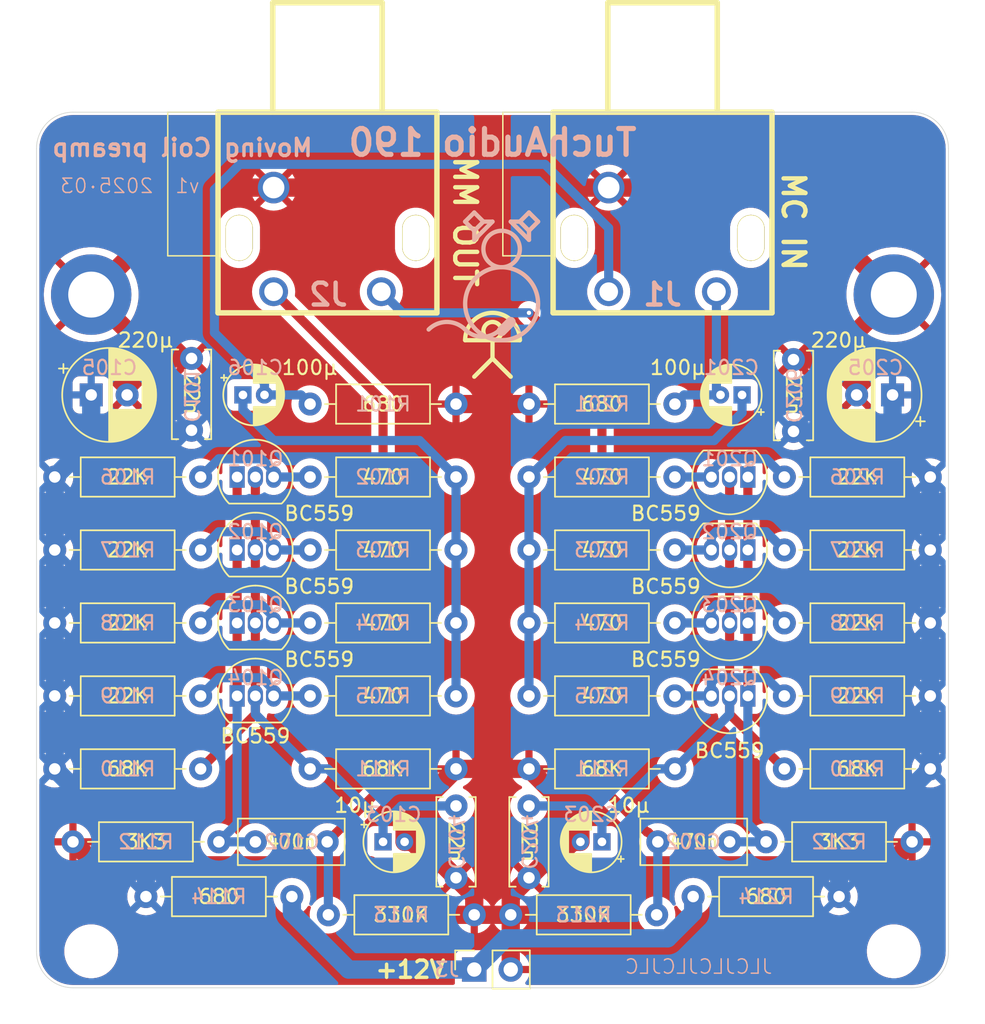
<source format=kicad_pcb>
(kicad_pcb (version 20240108) (generator "pcbnew") (generator_version "8.0")
  (layers (0 "F.Cu" signal) (31 "B.Cu" signal) (34 "B.Paste" user) (35 "F.Paste" user) (36 "B.SilkS" user "B.Silkscreen") (37 "F.SilkS" user "F.Silkscreen") (38 "B.Mask" user) (39 "F.Mask" user) (44 "Edge.Cuts" user))
  (net 0 "")
  (net 1 "/AC")
  (net 2 "/IN")
  (net 3 "/OUT")
  (net 4 "/QC")
  (net 5 "GND")
  (net 6 "/BIAS")
  (net 7 "/PWR_F")
  (net 8 "/IN'")
  (net 9 "/AC'")
  (net 10 "/OUT'")
  (net 11 "/QC'")
  (net 12 "/BIAS'")
  (net 13 "/PWR_F'")
  (net 14 "/E1")
  (net 15 "/E2")
  (net 16 "/E3")
  (net 17 "/E4")
  (net 18 "/E1'")
  (net 19 "/E2'")
  (net 20 "/E3'")
  (net 21 "/E4'")
  (net 22 "+12V")
  (footprint "Resistor_THT:R_Axial_DIN0207_L6.3mm_D2.5mm_P10.16mm_Horizontal" (layer "F.Cu") (at 78.74 69.85)
    (property "Reference" "R202")
    (property "Value" "470")
  )
  (footprint "Resistor_THT:R_Axial_DIN0207_L6.3mm_D2.5mm_P10.16mm_Horizontal" (layer "F.Cu") (at 87.63 100.33 180)
    (property "Reference" "R213")
    (property "Value" "330K")
  )
  (footprint "Resistor_THT:R_Axial_DIN0207_L6.3mm_D2.5mm_P10.16mm_Horizontal" (layer "F.Cu") (at 73.66 80.01 180)
    (property "Reference" "R104")
    (property "Value" "470")
  )
  (footprint "Capacitor_THT:CP_Radial_D6.3mm_P2.50mm" (layer "F.Cu") (at 104.05238 64.135 180)
    (property "Reference" "C205")
    (property "Value" "220µ")
  )
  (footprint "Resistor_THT:R_Axial_DIN0207_L6.3mm_D2.5mm_P10.16mm_Horizontal" (layer "F.Cu") (at 45.72 85.09)
    (property "Reference" "R109")
    (property "Value" "22K")
  )
  (footprint "Resistor_THT:R_Axial_DIN0207_L6.3mm_D2.5mm_P10.16mm_Horizontal" (layer "F.Cu") (at 45.72 74.93)
    (property "Reference" "R107")
    (property "Value" "22K")
  )
  (footprint "Resistor_THT:R_Axial_DIN0207_L6.3mm_D2.5mm_P10.16mm_Horizontal" (layer "F.Cu") (at 88.9 90.17 180)
    (property "Reference" "R211")
    (property "Value" "68K")
  )
  (footprint "Resistor_THT:R_Axial_DIN0207_L6.3mm_D2.5mm_P10.16mm_Horizontal" (layer "F.Cu") (at 63.5 90.17)
    (property "Reference" "R111")
    (property "Value" "68K")
  )
  (footprint "Package_TO_SOT_THT:TO-92_Inline" (layer "F.Cu") (at 93.98 85.09 180)
    (property "Reference" "Q204")
    (property "Value" "BC559")
  )
  (footprint "Resistor_THT:R_Axial_DIN0207_L6.3mm_D2.5mm_P10.16mm_Horizontal" (layer "F.Cu") (at 88.9 64.77 180)
    (property "Reference" "R201")
    (property "Value" "680")
  )
  (footprint "Package_TO_SOT_THT:TO-92_Inline" (layer "F.Cu") (at 58.42 74.93)
    (property "Reference" "Q102")
    (property "Value" "BC559")
  )
  (footprint "Resistor_THT:R_Axial_DIN0207_L6.3mm_D2.5mm_P10.16mm_Horizontal" (layer "F.Cu") (at 106.68 80.01 180)
    (property "Reference" "R208")
    (property "Value" "22K")
  )
  (footprint "Resistor_THT:R_Axial_DIN0207_L6.3mm_D2.5mm_P10.16mm_Horizontal" (layer "F.Cu") (at 45.72 90.17)
    (property "Reference" "R110")
    (property "Value" "68K")
  )
  (footprint "Capacitor_THT:C_Disc_D6.0mm_W2.5mm_P5.00mm" (layer "F.Cu") (at 78.74 92.75 -90)
    (property "Reference" "C204")
    (property "Value" "22n")
  )
  (footprint "Capacitor_THT:C_Disc_D6.0mm_W2.5mm_P5.00mm" (layer "F.Cu") (at 73.66 92.75 -90)
    (property "Reference" "C104")
    (property "Value" "22n")
  )
  (footprint "MountingHole:MountingHole_3.2mm_M3_DIN965_Pad" (layer "F.Cu") (at 104.14 57.15)
    (property "Reference" "H2" (hide yes))
    (property "Value" "MountingHole_Pad" (hide yes))
  )
  (footprint "Resistor_THT:R_Axial_DIN0207_L6.3mm_D2.5mm_P10.16mm_Horizontal" (layer "F.Cu") (at 45.72 69.85)
    (property "Reference" "R106")
    (property "Value" "22K")
  )
  (footprint "Capacitor_THT:C_Rect_L7.2mm_W3.0mm_P5.00mm_FKS2_FKP2_MKS2_MKP2" (layer "F.Cu") (at 64.69 95.25 180)
    (property "Reference" "C102")
    (property "Value" "470n")
  )
  (footprint "Capacitor_THT:CP_Radial_D4.0mm_P1.50mm" (layer "F.Cu") (at 68.58 95.25)
    (property "Reference" "C103")
    (property "Value" "10µ")
  )
  (footprint "Package_TO_SOT_THT:TO-92_Inline" (layer "F.Cu") (at 93.98 69.85 180)
    (property "Reference" "Q201")
    (property "Value" "BC559")
  )
  (footprint "Resistor_THT:R_Axial_DIN0207_L6.3mm_D2.5mm_P10.16mm_Horizontal" (layer "F.Cu") (at 64.77 100.33)
    (property "Reference" "R113")
    (property "Value" "330K")
  )
  (footprint "Capacitor_THT:C_Disc_D6.0mm_W2.5mm_P5.00mm" (layer "F.Cu") (at 55.245 61.595 -90)
    (property "Reference" "C106")
    (property "Value" "22n")
  )
  (footprint "Capacitor_THT:CP_Radial_D4.0mm_P1.50mm" (layer "F.Cu") (at 93.575 64.135 180)
    (property "Reference" "C201")
    (property "Value" "100µ")
  )
  (footprint "Capacitor_THT:CP_Radial_D4.0mm_P1.50mm" (layer "F.Cu") (at 83.82 95.25 180)
    (property "Reference" "C203")
    (property "Value" "10µ")
  )
  (footprint "Resistor_THT:R_Axial_DIN0207_L6.3mm_D2.5mm_P10.16mm_Horizontal" (layer "F.Cu") (at 52.07 99.06)
    (property "Reference" "R114")
    (property "Value" "680")
  )
  (footprint "Resistor_THT:R_Axial_DIN0207_L6.3mm_D2.5mm_P10.16mm_Horizontal" (layer "F.Cu") (at 106.68 74.93 180)
    (property "Reference" "R207")
    (property "Value" "22K")
  )
  (footprint "Resistor_THT:R_Axial_DIN0207_L6.3mm_D2.5mm_P10.16mm_Horizontal" (layer "F.Cu") (at 45.72 80.01)
    (property "Reference" "R108")
    (property "Value" "22K")
  )
  (footprint "durango:2xRCA_vertical" (layer "F.Cu") (at 69.79 44.45 180)
    (property "Reference" "J2")
    (property "Value" "MM OUT")
  )
  (footprint "Resistor_THT:R_Axial_DIN0207_L6.3mm_D2.5mm_P10.16mm_Horizontal" (layer "F.Cu") (at 95.25 95.25)
    (property "Reference" "R212")
    (property "Value" "3K3")
  )
  (footprint "Package_TO_SOT_THT:TO-92_Inline" (layer "F.Cu") (at 93.98 80.01 180)
    (property "Reference" "Q203")
    (property "Value" "BC559")
  )
  (footprint "Resistor_THT:R_Axial_DIN0207_L6.3mm_D2.5mm_P10.16mm_Horizontal" (layer "F.Cu") (at 57.15 95.25 180)
    (property "Reference" "R112")
    (property "Value" "3K3")
  )
  (footprint "Resistor_THT:R_Axial_DIN0207_L6.3mm_D2.5mm_P10.16mm_Horizontal" (layer "F.Cu") (at 100.33 99.06 180)
    (property "Reference" "R214")
    (property "Value" "680")
  )
  (footprint "Package_TO_SOT_THT:TO-92_Inline" (layer "F.Cu") (at 58.42 85.09)
    (property "Reference" "Q104")
    (property "Value" "BC559")
  )
  (footprint "Package_TO_SOT_THT:TO-92_Inline" (layer "F.Cu") (at 93.98 74.93 180)
    (property "Reference" "Q202")
    (property "Value" "BC559")
  )
  (footprint "Resistor_THT:R_Axial_DIN0207_L6.3mm_D2.5mm_P10.16mm_Horizontal" (layer "F.Cu") (at 73.66 85.09 180)
    (property "Reference" "R105")
    (property "Value" "470")
  )
  (footprint "Resistor_THT:R_Axial_DIN0207_L6.3mm_D2.5mm_P10.16mm_Horizontal" (layer "F.Cu") (at 78.74 74.93)
    (property "Reference" "R203")
    (property "Value" "470")
  )
  (footprint "Package_TO_SOT_THT:TO-92_Inline" (layer "F.Cu") (at 58.42 69.85)
    (property "Reference" "Q101")
    (property "Value" "BC559")
  )
  (footprint "Connector_PinSocket_2.54mm:PinSocket_1x02_P2.54mm_Vertical" (layer "F.Cu") (at 74.93 104.14 90)
    (property "Reference" "J3")
    (property "Value" "+12V")
  )
  (footprint "Capacitor_THT:C_Disc_D6.0mm_W2.5mm_P5.00mm" (layer "F.Cu") (at 97.155 61.675 -90)
    (property "Reference" "C206")
    (property "Value" "22n")
  )
  (footprint "Resistor_THT:R_Axial_DIN0207_L6.3mm_D2.5mm_P10.16mm_Horizontal" (layer "F.Cu") (at 106.68 90.17 180)
    (property "Reference" "R210")
    (property "Value" "68K")
  )
  (footprint "Package_TO_SOT_THT:TO-92_Inline" (layer "F.Cu") (at 58.42 80.01)
    (property "Reference" "Q103")
    (property "Value" "BC559")
  )
  (footprint "Capacitor_THT:CP_Radial_D6.3mm_P2.50mm" (layer "F.Cu") (at 48.26 64.135)
    (property "Reference" "C105")
    (property "Value" "220µ")
  )
  (footprint "Resistor_THT:R_Axial_DIN0207_L6.3mm_D2.5mm_P10.16mm_Horizontal" (layer "F.Cu") (at 106.68 85.09 180)
    (property "Reference" "R209")
    (property "Value" "22K")
  )
  (footprint "Resistor_THT:R_Axial_DIN0207_L6.3mm_D2.5mm_P10.16mm_Horizontal" (layer "F.Cu") (at 78.74 80.01)
    (property "Reference" "R204")
    (property "Value" "470")
  )
  (footprint "Resistor_THT:R_Axial_DIN0207_L6.3mm_D2.5mm_P10.16mm_Horizontal" (layer "F.Cu") (at 73.66 69.85 180)
    (property "Reference" "R102")
    (property "Value" "470")
  )
  (footprint "MountingHole:MountingHole_3.2mm_M3" (layer "F.Cu") (at 104.14 102.87)
    (property "Reference" "H4" (hide yes))
    (property "Value" "MountingHole" (hide yes))
  )
  (footprint "Resistor_THT:R_Axial_DIN0207_L6.3mm_D2.5mm_P10.16mm_Horizontal" (layer "F.Cu") (at 106.68 69.85 180)
    (property "Reference" "R206")
    (property "Value" "22K")
  )
  (footprint "Resistor_THT:R_Axial_DIN0207_L6.3mm_D2.5mm_P10.16mm_Horizontal" (layer "F.Cu") (at 73.66 74.93 180)
    (property "Reference" "R103")
    (property "Value" "470")
  )
  (footprint "Resistor_THT:R_Axial_DIN0207_L6.3mm_D2.5mm_P10.16mm_Horizontal" (layer "F.Cu") (at 63.5 64.77)
    (property "Reference" "R101")
    (property "Value" "680")
  )
  (footprint "Capacitor_THT:CP_Radial_D4.0mm_P1.50mm" (layer "F.Cu") (at 58.825 64.135)
    (property "Reference" "C101")
    (property "Value" "100µ")
  )
  (footprint "durango:2xRCA_vertical" (layer "F.Cu") (at 93.11975 44.45 180)
    (property "Reference" "J1")
    (property "Value" "MC IN")
  )
  (footprint "Resistor_THT:R_Axial_DIN0207_L6.3mm_D2.5mm_P10.16mm_Horizontal" (layer "F.Cu") (at 78.74 85.09)
    (property "Reference" "R205")
    (property "Value" "470")
  )
  (footprint "MountingHole:MountingHole_3.2mm_M3" (layer "F.Cu") (at 48.26 102.87)
    (property "Reference" "H3" (hide yes))
    (property "Value" "MountingHole" (hide yes))
  )
  (footprint "MountingHole:MountingHole_3.2mm_M3_DIN965_Pad" (layer "F.Cu") (at 48.26 57.15)
    (property "Reference" "H1" (hide yes))
    (property "Value" "MountingHole_Pad" (hide yes))
  )
  (footprint "Capacitor_THT:C_Rect_L7.2mm_W3.0mm_P5.00mm_FKS2_FKP2_MKS2_MKP2" (layer "F.Cu") (at 87.71 95.25)
    (property "Reference" "C202")
    (property "Value" "470n")
  )
  (gr_line (start 74.93 52.705) (end 74.93 53.34) (stroke (width 0.3)) (layer "B.SilkS"))
  (gr_line (start 77.47 52.07) (end 78.105 52.705) (stroke (width 0.3)) (layer "B.SilkS"))
  (gr_arc (start 71.755 59.581051) (mid 73.025 59.055) (end 74.295 59.581051) (stroke (width 0.3)) (layer "B.SilkS"))
  (gr_line (start 76.2 52.07) (end 75.565 52.07) (stroke (width 0.3)) (layer "B.SilkS"))
  (gr_circle (center 76.835 53.975) (end 78.105 53.975) (stroke (width 0.3)) (fill none) (layer "B.SilkS"))
  (gr_line (start 74.93 53.34) (end 76.2 52.07) (stroke (width 0.3)) (layer "B.SilkS"))
  (gr_line (start 75.565 52.07) (end 74.93 52.705) (stroke (width 0.3)) (layer "B.SilkS"))
  (gr_circle (center 76.835 57.785) (end 79.375 57.785) (stroke (width 0.3)) (fill none) (layer "B.SilkS"))
  (gr_line (start 78.105 52.705) (end 78.74 53.34) (stroke (width 0.3)) (layer "B.SilkS"))
  (gr_line (start 77.47 59.055) (end 78.105 59.69) (stroke (width 0.1)) (layer "B.SilkS"))
  (gr_line (start 74.93 51.435) (end 75.565 52.07) (stroke (width 0.3)) (layer "B.SilkS"))
  (gr_line (start 78.74 51.435) (end 78.105 52.07) (stroke (width 0.3)) (layer "B.SilkS"))
  (gr_arc (start 76.781746 59.525356) (mid 75.550276 60.084607) (end 74.295 59.581051) (stroke (width 0.3)) (layer "B.SilkS"))
  (gr_line (start 78.74 52.705) (end 79.375 52.07) (stroke (width 0.3)) (layer "B.SilkS"))
  (gr_line (start 74.295 52.07) (end 74.93 51.435) (stroke (width 0.3)) (layer "B.SilkS"))
  (gr_line (start 78.74 53.34) (end 78.74 52.705) (stroke (width 0.3)) (layer "B.SilkS"))
  (gr_line (start 78.105 52.07) (end 78.74 52.705) (stroke (width 0.3)) (layer "B.SilkS"))
  (gr_line (start 76.835 59.69) (end 77.47 59.055) (stroke (width 0.7) (type dash_dot_dot)) (layer "B.SilkS"))
  (gr_line (start 79.375 52.07) (end 78.74 51.435) (stroke (width 0.3)) (layer "B.SilkS"))
  (gr_line (start 74.93 52.705) (end 74.295 52.07) (stroke (width 0.3)) (layer "B.SilkS"))
  (gr_line (start 78.105 52.07) (end 77.47 52.07) (stroke (width 0.3)) (layer "B.SilkS"))
  (gr_line (start 76.2 61.595) (end 77.47 62.865) (stroke (width 0.3)) (layer "F.SilkS"))
  (gr_arc (start 74.295 60.325) (mid 76.2 58.42) (end 78.105 60.325) (stroke (width 0.3)) (layer "F.SilkS"))
  (gr_line (start 76.2 61.595) (end 74.93 62.865) (stroke (width 0.3)) (layer "F.SilkS"))
  (gr_line (start 74.295 60.325) (end 78.105 60.325) (stroke (width 0.3)) (layer "F.SilkS"))
  (gr_circle (center 76.2 59.69) (end 76.835 59.69) (stroke (width 0.3)) (fill none) (layer "F.SilkS"))
  (gr_line (start 76.2 60.325) (end 76.2 61.595) (stroke (width 0.3)) (layer "F.SilkS"))
  (gr_arc (start 44.45 46.99) (mid 45.193949 45.193949) (end 46.99 44.45) (stroke (width 0.05)) (layer "Edge.Cuts"))
  (gr_line (start 46.99 44.45) (end 105.41 44.45) (stroke (width 0.05)) (layer "Edge.Cuts"))
  (gr_line (start 107.95 46.99) (end 107.95 102.87) (stroke (width 0.05)) (layer "Edge.Cuts"))
  (gr_arc (start 46.99 105.41) (mid 45.193949 104.666051) (end 44.45 102.87) (stroke (width 0.05)) (layer "Edge.Cuts"))
  (gr_line (start 44.45 102.87) (end 44.45 46.99) (stroke (width 0.05)) (layer "Edge.Cuts"))
  (gr_arc (start 105.41 44.45) (mid 107.206051 45.193949) (end 107.95 46.99) (stroke (width 0.05)) (layer "Edge.Cuts"))
  (gr_line (start 105.41 105.41) (end 46.99 105.41) (stroke (width 0.05)) (layer "Edge.Cuts"))
  (gr_arc (start 107.95 102.87) (mid 107.206051 104.666051) (end 105.41 105.41) (stroke (width 0.05)) (layer "Edge.Cuts"))
  (gr_text "Moving Coil preamp" (at 54.61 47.625 0) (layer "B.SilkS") (effects (font (size 1.2 1.2) (thickness 0.24) (bold yes)) (justify bottom mirror)))
  (gr_text "JLCJLCJLCJLC" (at 95.758 104.521 0) (layer "B.SilkS") (effects (font (size 1 1) (thickness 0.1)) (justify left bottom mirror)))
  (gr_text "TuchAudio 190" (at 76.2 47.625 0) (layer "B.SilkS") (effects (font (size 1.8 1.8) (thickness 0.36) (bold yes)) (justify bottom mirror)))
  (gr_text "v1  2025·03" (at 55.88 50.165 0) (layer "B.SilkS") (effects (font (size 1 1) (thickness 0.1)) (justify left bottom mirror)))
  (segment (start 73.66 69.85) (end 73.66 85.09) (width 0.635) (layer "B.Cu") (net 1))
  (segment (start 58.825 65.175) (end 60.96 67.31) (width 0.635) (layer "B.Cu") (net 1))
  (segment (start 60.96 67.31) (end 71.12 67.31) (width 0.635) (layer "B.Cu") (net 1))
  (segment (start 71.12 67.31) (end 73.66 69.85) (width 0.635) (layer "B.Cu") (net 1))
  (segment (start 58.825 64.135) (end 58.825 65.175) (width 0.635) (layer "B.Cu") (net 1))
  (segment (start 79.851162 48.0825) (end 58.5975 48.0825) (width 0.635) (layer "B.Cu") (net 2))
  (segment (start 60.325 64.135) (end 60.325 63.286472) (width 0.635) (layer "B.Cu") (net 2))
  (segment (start 62.865 64.135) (end 63.5 64.77) (width 0.635) (layer "B.Cu") (net 2))
  (segment (start 60.325 63.286472) (end 56.8425 59.803972) (width 0.635) (layer "B.Cu") (net 2))
  (segment (start 56.8425 59.803972) (end 56.8425 58.42) (width 0.635) (layer "B.Cu") (net 2))
  (segment (start 84.28975 56.95) (end 84.28975 52.521088) (width 0.635) (layer "B.Cu") (net 2))
  (segment (start 84.28975 52.521088) (end 79.851162 48.0825) (width 0.635) (layer "B.Cu") (net 2))
  (segment (start 56.8425 49.8375) (end 56.8425 58.42) (width 0.635) (layer "B.Cu") (net 2))
  (segment (start 60.325 64.135) (end 62.865 64.135) (width 0.635) (layer "B.Cu") (net 2))
  (segment (start 58.5975 48.0825) (end 56.8425 49.8375) (width 0.635) (layer "B.Cu") (net 2))
  (segment (start 68.58 91.36) (end 64.69 95.25) (width 0.635) (layer "F.Cu") (net 3))
  (segment (start 68.58 64.57) (end 68.58 91.36) (width 0.635) (layer "F.Cu") (net 3))
  (segment (start 60.96 56.95) (end 68.58 64.57) (width 0.635) (layer "F.Cu") (net 3))
  (segment (start 64.77 95.33) (end 64.69 95.25) (width 0.635) (layer "B.Cu") (net 3))
  (segment (start 64.77 100.33) (end 64.77 95.33) (width 0.635) (layer "B.Cu") (net 3))
  (segment (start 58.42 80.01) (end 58.42 69.85) (width 0.635) (layer "F.Cu") (net 4))
  (segment (start 58.42 80.01) (end 58.42 85.09) (width 0.635) (layer "F.Cu") (net 4))
  (segment (start 58.42 93.98) (end 57.15 95.25) (width 0.635) (layer "B.Cu") (net 4))
  (segment (start 59.69 95.25) (end 57.15 95.25) (width 0.635) (layer "B.Cu") (net 4))
  (segment (start 58.42 93.98) (end 58.42 85.09) (width 0.635) (layer "B.Cu") (net 4))
  (segment (start 77.47 100.33) (end 77.47 99.02) (width 1.27) (layer "F.Cu") (net 5))
  (segment (start 55.71 49.7) (end 60.96 49.7) (width 1.27) (layer "F.Cu") (net 5))
  (segment (start 84.28975 49.7) (end 96.69 49.7) (width 1.27) (layer "F.Cu") (net 5))
  (segment (start 76.2 49.7) (end 84.28975 49.7) (width 1.27) (layer "F.Cu") (net 5))
  (segment (start 77.47 100.33) (end 77.47 104.14) (width 1.27) (layer "F.Cu") (net 5))
  (segment (start 50.76 60.96) (end 50.76 64.135) (width 1.27) (layer "F.Cu") (net 5))
  (segment (start 50.76 59.65) (end 50.76 60.96) (width 1.27) (layer "F.Cu") (net 5))
  (segment (start 96.69 49.7) (end 104.14 57.15) (width 1.27) (layer "F.Cu") (net 5))
  (segment (start 85.09 96.885) (end 103.775 96.885) (width 1.27) (layer "F.Cu") (net 5))
  (segment (start 73.66 64.77) (end 76.2 64.77) (width 1.27) (layer "F.Cu") (net 5))
  (segment (start 101.55238 62.23) (end 101.55238 64.135) (width 1.27) (layer "F.Cu") (net 5))
  (segment (start 60.96 49.7) (end 76.2 49.7) (width 1.27) (layer "F.Cu") (net 5))
  (segment (start 81.645 100.33) (end 85.09 96.885) (width 1.27) (layer "F.Cu") (net 5))
  (segment (start 50.8 60.96) (end 51.435 61.595) (width 1.27) (layer "F.Cu") (net 5))
  (segment (start 104.14 57.15) (end 101.55238 59.73762) (width 1.27) (layer "F.Cu") (net 5))
  (segment (start 82.32 93.75) (end 82.32 95.25) (width 1.27) (layer "F.Cu") (net 5))
  (segment (start 46.99 95.25) (end 48.625 96.885) (width 1.27) (layer "F.Cu") (net 5))
  (segment (start 103.775 96.885) (end 105.41 95.25) (width 1.27) (layer "F.Cu") (net 5))
  (segment (start 97.155 61.675) (end 100.99738 61.675) (width 1.27) (layer "F.Cu") (net 5))
  (segment (start 73.66 90.17) (end 76.2 90.17) (width 1.27) (layer "F.Cu") (net 5))
  (segment (start 70.08 95.25) (end 71.16 95.25) (width 1.27) (layer "F.Cu") (net 5))
  (segment (start 48.26 57.15) (end 55.71 49.7) (width 1.27) (layer "F.Cu") (net 5))
  (segment (start 50.76 60.96) (end 50.8 60.96) (width 1.27) (layer "F.Cu") (net 5))
  (segment (start 81.24 95.25) (end 78.74 97.75) (width 1.27) (layer "F.Cu") (net 5))
  (segment (start 51.435 61.595) (end 54.61 61.595) (width 1.27) (layer "F.Cu") (net 5))
  (segment (start 74.93 100.33) (end 74.93 99.02) (width 1.27) (layer "F.Cu") (net 5))
  (segment (start 71.12 100.33) (end 74.93 100.33) (width 1.27) (layer "F.Cu") (net 5))
  (segment (start 67.675 96.885) (end 71.12 100.33) (width 1.27) (layer "F.Cu") (net 5))
  (segment (start 78.74 90.17) (end 82.32 93.75) (width 1.27) (layer "F.Cu") (net 5))
  (segment (start 77.47 99.02) (end 78.74 97.75) (width 1.27) (layer "F.Cu") (net 5))
  (segment (start 48.26 57.15) (end 50.76 59.65) (width 1.27) (layer "F.Cu") (net 5))
  (segment (start 71.16 95.25) (end 73.66 97.75) (width 1.27) (layer "F.Cu") (net 5))
  (segment (start 70.08 93.75) (end 70.08 95.25) (width 1.27) (layer "F.Cu") (net 5))
  (segment (start 76.2 64.77) (end 76.2 49.7) (width 1.27) (layer "F.Cu") (net 5))
  (segment (start 82.32 95.25) (end 81.24 95.25) (width 1.27) (layer "F.Cu") (net 5))
  (segment (start 76.2 64.77) (end 78.74 64.77) (width 1.27) (layer "F.Cu") (net 5))
  (segment (start 73.66 90.17) (end 70.08 93.75) (width 1.27) (layer "F.Cu") (net 5))
  (segment (start 76.2 90.17) (end 78.74 90.17) (width 1.27) (layer "F.Cu") (net 5))
  (segment (start 74.93 100.33) (end 77.47 100.33) (width 1.27) (layer "F.Cu") (net 5))
  (segment (start 101.55238 59.73762) (end 101.55238 62.23) (width 1.27) (layer "F.Cu") (net 5))
  (segment (start 74.93 99.02) (end 73.66 97.75) (width 1.27) (layer "F.Cu") (net 5))
  (segment (start 77.47 100.33) (end 81.645 100.33) (width 1.27) (layer "F.Cu") (net 5))
  (segment (start 48.625 96.885) (end 67.675 96.885) (width 1.27) (layer "F.Cu") (net 5))
  (segment (start 100.99738 61.675) (end 101.55238 62.23) (width 1.27) (layer "F.Cu") (net 5))
  (segment (start 76.2 90.17) (end 76.2 64.77) (width 1.27) (layer "F.Cu") (net 5))
  (segment (start 59.69 86.36) (end 55.88 90.17) (width 0.635) (layer "F.Cu") (net 6))
  (segment (start 59.69 85.09) (end 59.69 86.36) (width 0.635) (layer "F.Cu") (net 6))
  (segment (start 59.69 69.85) (end 59.69 85.09) (width 0.635) (layer "F.Cu") (net 6))
  (segment (start 59.69 86.36) (end 63.5 90.17) (width 0.635) (layer "B.Cu") (net 6))
  (segment (start 64.735 90.17) (end 68.58 94.015) (width 0.635) (layer "B.Cu") (net 6))
  (segment (start 68.58 95.25) (end 68.58 94.015) (width 0.635) (layer "B.Cu") (net 6))
  (segment (start 69.845 92.75) (end 73.66 92.75) (width 0.635) (layer "B.Cu") (net 6))
  (segment (start 63.5 90.17) (end 64.735 90.17) (width 0.635) (layer "B.Cu") (net 6))
  (segment (start 68.58 94.015) (end 69.845 92.75) (width 0.635) (layer "B.Cu") (net 6))
  (segment (start 59.69 85.09) (end 59.69 86.36) (width 0.635) (layer "B.Cu") (net 6))
  (segment (start 48.815 66.595) (end 48.26 66.04) (width 1.27) (layer "B.Cu") (net 7))
  (segment (start 48.26 64.135) (end 48.26 66.04) (width 1.27) (layer "B.Cu") (net 7))
  (segment (start 48.26 67.31) (end 45.72 69.85) (width 1.27) (layer "B.Cu") (net 7))
  (segment (start 52.07 96.52) (end 52.07 99.06) (width 1.27) (layer "B.Cu") (net 7))
  (segment (start 45.72 90.17) (end 52.07 96.52) (width 1.27) (layer "B.Cu") (net 7))
  (segment (start 54.61 66.595) (end 48.815 66.595) (width 1.27) (layer "B.Cu") (net 7))
  (segment (start 45.72 69.85) (end 45.72 90.17) (width 1.27) (layer "B.Cu") (net 7))
  (segment (start 48.26 66.04) (end 48.26 67.31) (width 1.27) (layer "B.Cu") (net 7))
  (segment (start 89.535 64.135) (end 88.9 64.77) (width 0.635) (layer "B.Cu") (net 8))
  (segment (start 91.78975 56.95) (end 91.78975 63.84975) (width 0.635) (layer "B.Cu") (net 8))
  (segment (start 91.78975 63.84975) (end 92.075 64.135) (width 0.635) (layer "B.Cu") (net 8))
  (segment (start 92.075 64.135) (end 89.535 64.135) (width 0.635) (layer "B.Cu") (net 8))
  (segment (start 81.28 67.31) (end 91.635 67.31) (width 0.635) (layer "B.Cu") (net 9))
  (segment (start 78.74 85.09) (end 78.74 69.85) (width 0.635) (layer "B.Cu") (net 9))
  (segment (start 81.28 67.31) (end 78.74 69.85) (width 0.635) (layer "B.Cu") (net 9))
  (segment (start 91.635 67.31) (end 93.575 65.37) (width 0.635) (layer "B.Cu") (net 9))
  (segment (start 93.575 65.37) (end 93.575 64.135) (width 0.635) (layer "B.Cu") (net 9))
  (segment (start 83.82 91.44) (end 83.82 63.5) (width 0.635) (layer "F.Cu") (net 10))
  (segment (start 86.955 94.575) (end 83.82 91.44) (width 0.635) (layer "F.Cu") (net 10))
  (segment (start 87.035 94.575) (end 86.955 94.575) (width 0.635) (layer "F.Cu") (net 10))
  (segment (start 87.71 95.25) (end 87.035 94.575) (width 0.635) (layer "F.Cu") (net 10))
  (segment (start 83.82 63.5) (end 78.74 58.42) (width 0.635) (layer "F.Cu") (net 10))
  (via (at 78.74 58.42) (size 0.6) (drill 0.3) (layers "F.Cu" "B.Cu") (net 10))
  (segment (start 69.93 58.42) (end 68.46 56.95) (width 0.635) (layer "B.Cu") (net 10))
  (segment (start 87.71 100.25) (end 87.63 100.33) (width 0.635) (layer "B.Cu") (net 10))
  (segment (start 78.74 58.42) (end 69.93 58.42) (width 0.635) (layer "B.Cu") (net 10))
  (segment (start 87.71 95.25) (end 87.71 100.25) (width 0.635) (layer "B.Cu") (net 10))
  (segment (start 93.98 69.85) (end 93.98 85.09) (width 0.635) (layer "F.Cu") (net 11))
  (segment (start 93.98 93.98) (end 93.98 85.09) (width 0.635) (layer "B.Cu") (net 11))
  (segment (start 95.25 95.25) (end 92.71 95.25) (width 0.635) (layer "B.Cu") (net 11))
  (segment (start 93.98 93.98) (end 95.25 95.25) (width 0.635) (layer "B.Cu") (net 11))
  (segment (start 92.71 86.36) (end 96.52 90.17) (width 0.635) (layer "F.Cu") (net 12))
  (segment (start 92.71 85.09) (end 92.71 86.36) (width 0.635) (layer "F.Cu") (net 12))
  (segment (start 92.71 85.09) (end 92.71 69.85) (width 0.635) (layer "F.Cu") (net 12))
  (segment (start 87.665 90.17) (end 83.82 94.015) (width 0.635) (layer "B.Cu") (net 12))
  (segment (start 88.9 90.17) (end 87.665 90.17) (width 0.635) (layer "B.Cu") (net 12))
  (segment (start 83.82 94.015) (end 82.555 92.75) (width 0.635) (layer "B.Cu") (net 12))
  (segment (start 82.555 92.75) (end 78.74 92.75) (width 0.635) (layer "B.Cu") (net 12))
  (segment (start 92.71 86.36) (end 92.71 85.09) (width 0.635) (layer "B.Cu") (net 12))
  (segment (start 88.9 90.17) (end 92.71 86.36) (width 0.635) (layer "B.Cu") (net 12))
  (segment (start 83.82 95.25) (end 83.82 94.015) (width 0.635) (layer "B.Cu") (net 12))
  (segment (start 103.41738 66.675) (end 104.05238 66.04) (width 1.27) (layer "B.Cu") (net 13))
  (segment (start 104.05238 66.04) (end 104.05238 67.22238) (width 1.27) (layer "B.Cu") (net 13))
  (segment (start 100.33 99.06) (end 100.33 96.52) (width 1.27) (layer "B.Cu") (net 13))
  (segment (start 100.33 96.52) (end 106.68 90.17) (width 1.27) (layer "B.Cu") (net 13))
  (segment (start 97.155 66.675) (end 103.41738 66.675) (width 1.27) (layer "B.Cu") (net 13))
  (segment (start 104.05238 64.135) (end 104.05238 66.04) (width 1.27) (layer "B.Cu") (net 13))
  (segment (start 106.68 90.17) (end 106.68 69.85) (width 1.27) (layer "B.Cu") (net 13))
  (segment (start 104.05238 67.22238) (end 106.68 69.85) (width 1.27) (layer "B.Cu") (net 13))
  (segment (start 57.1475 68.5825) (end 60.121818 68.5825) (width 0.635) (layer "B.Cu") (net 14))
  (segment (start 55.88 69.85) (end 57.1475 68.5825) (width 0.635) (layer "B.Cu") (net 14))
  (segment (start 60.121818 68.5825) (end 60.96 69.420682) (width 0.635) (layer "B.Cu") (net 14))
  (segment (start 60.96 69.85) (end 63.5 69.85) (width 0.635) (layer "B.Cu") (net 14))
  (segment (start 60.96 69.420682) (end 60.96 69.85) (width 0.635) (layer "B.Cu") (net 14))
  (segment (start 55.88 74.93) (end 57.1475 73.6625) (width 0.635) (layer "B.Cu") (net 15))
  (segment (start 57.1475 73.6625) (end 60.121818 73.6625) (width 0.635) (layer "B.Cu") (net 15))
  (segment (start 60.96 74.93) (end 63.5 74.93) (width 0.635) (layer "B.Cu") (net 15))
  (segment (start 60.96 74.500682) (end 60.96 74.93) (width 0.635) (layer "B.Cu") (net 15))
  (segment (start 60.121818 73.6625) (end 60.96 74.500682) (width 0.635) (layer "B.Cu") (net 15))
  (segment (start 60.121818 78.7425) (end 60.96 79.580682) (width 0.635) (layer "B.Cu") (net 16))
  (segment (start 57.1475 78.7425) (end 60.121818 78.7425) (width 0.635) (layer "B.Cu") (net 16))
  (segment (start 60.96 79.580682) (end 60.96 80.01) (width 0.635) (layer "B.Cu") (net 16))
  (segment (start 55.88 80.01) (end 57.1475 78.7425) (width 0.635) (layer "B.Cu") (net 16))
  (segment (start 60.96 80.01) (end 63.5 80.01) (width 0.635) (layer "B.Cu") (net 16))
  (segment (start 60.96 85.09) (end 63.5 85.09) (width 0.635) (layer "B.Cu") (net 17))
  (segment (start 60.121818 83.8225) (end 60.96 84.660682) (width 0.635) (layer "B.Cu") (net 17))
  (segment (start 55.88 85.09) (end 57.1475 83.8225) (width 0.635) (layer "B.Cu") (net 17))
  (segment (start 60.96 84.660682) (end 60.96 85.09) (width 0.635) (layer "B.Cu") (net 17))
  (segment (start 57.1475 83.8225) (end 60.121818 83.8225) (width 0.635) (layer "B.Cu") (net 17))
  (segment (start 92.280682 68.58) (end 95.25 68.58) (width 0.635) (layer "B.Cu") (net 18))
  (segment (start 95.25 68.58) (end 96.52 69.85) (width 0.635) (layer "B.Cu") (net 18))
  (segment (start 91.44 69.85) (end 91.44 69.420682) (width 0.635) (layer "B.Cu") (net 18))
  (segment (start 91.44 69.420682) (end 92.280682 68.58) (width 0.635) (layer "B.Cu") (net 18))
  (segment (start 88.9 69.85) (end 91.44 69.85) (width 0.635) (layer "B.Cu") (net 18))
  (segment (start 95.25 73.66) (end 96.52 74.93) (width 0.635) (layer "B.Cu") (net 19))
  (segment (start 91.44 74.93) (end 91.44 73.995) (width 0.635) (layer "B.Cu") (net 19))
  (segment (start 91.44 73.995) (end 91.775 73.66) (width 0.635) (layer "B.Cu") (net 19))
  (segment (start 91.775 73.66) (end 95.25 73.66) (width 0.635) (layer "B.Cu") (net 19))
  (segment (start 88.9 74.93) (end 91.44 74.93) (width 0.635) (layer "B.Cu") (net 19))
  (segment (start 91.44 79.075) (end 91.775 78.74) (width 0.635) (layer "B.Cu") (net 20))
  (segment (start 95.25 78.74) (end 96.52 80.01) (width 0.635) (layer "B.Cu") (net 20))
  (segment (start 91.44 80.01) (end 88.9 80.01) (width 0.635) (layer "B.Cu") (net 20))
  (segment (start 91.44 80.01) (end 91.44 79.075) (width 0.635) (layer "B.Cu") (net 20))
  (segment (start 91.775 78.74) (end 95.25 78.74) (width 0.635) (layer "B.Cu") (net 20))
  (segment (start 91.44 84.155) (end 91.44 85.09) (width 0.635) (layer "B.Cu") (net 21))
  (segment (start 96.52 85.09) (end 95.2525 83.8225) (width 0.635) (layer "B.Cu") (net 21))
  (segment (start 91.7725 83.8225) (end 91.44 84.155) (width 0.635) (layer "B.Cu") (net 21))
  (segment (start 91.44 85.09) (end 88.9 85.09) (width 0.635) (layer "B.Cu") (net 21))
  (segment (start 95.2525 83.8225) (end 91.7725 83.8225) (width 0.635) (layer "B.Cu") (net 21))
  (segment (start 66.17863 104.14) (end 62.23 100.19137) (width 1.27) (layer "B.Cu") (net 22))
  (segment (start 74.93 104.14) (end 77.105 101.965) (width 1.27) (layer "B.Cu") (net 22))
  (segment (start 74.93 104.14) (end 66.17863 104.14) (width 1.27) (layer "B.Cu") (net 22))
  (segment (start 62.23 100.19137) (end 62.23 99.06) (width 1.27) (layer "B.Cu") (net 22))
  (segment (start 88.39637 101.965) (end 90.17 100.19137) (width 1.27) (layer "B.Cu") (net 22))
  (segment (start 77.105 101.965) (end 88.39637 101.965) (width 1.27) (layer "B.Cu") (net 22))
  (segment (start 90.17 100.19137) (end 90.17 99.06) (width 1.27) (layer "B.Cu") (net 22))
  (zone (net 5) (net_name "GND") (layer "F.Cu") (connect_pads (clearance 0.5)) (min_thickness 0.25) (fill yes (thermal_gap 0.5) (thermal_bridge_width 0.5))
    (polygon (pts (xy 43.18 43.18) (xy 43.18 106.68) (xy 109.22 106.68) (xy 109.22 43.18)))
  )
  (zone (net 7) (net_name "/PWR_F") (layer "B.Cu") (priority 1) (connect_pads (clearance 0.5)) (min_thickness 0.25) (fill yes (thermal_gap 0.5) (thermal_bridge_width 0.5))
    (polygon (pts (xy 41.91 41.91) (xy 74.93 41.91) (xy 74.93 107.95) (xy 41.91 107.95)))
  )
  (zone (net 13) (net_name "/PWR_F'") (layer "B.Cu") (priority 2) (connect_pads (clearance 0.5)) (min_thickness 0.25) (fill yes (thermal_gap 0.5) (thermal_bridge_width 0.5))
    (polygon (pts (xy 77.47 41.91) (xy 110.49 41.91) (xy 110.49 107.95) (xy 77.47 107.95)))
  )
)
</source>
